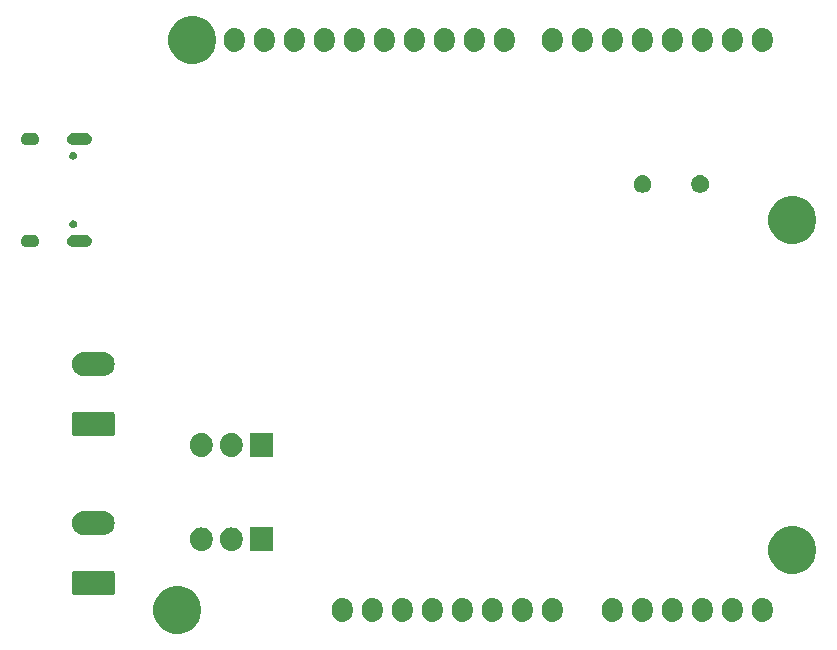
<source format=gbr>
%TF.GenerationSoftware,KiCad,Pcbnew,5.1.6*%
%TF.CreationDate,2020-09-23T15:23:14+12:00*%
%TF.ProjectId,dumbuino,64756d62-7569-46e6-9f2e-6b696361645f,v01*%
%TF.SameCoordinates,Original*%
%TF.FileFunction,Soldermask,Bot*%
%TF.FilePolarity,Negative*%
%FSLAX46Y46*%
G04 Gerber Fmt 4.6, Leading zero omitted, Abs format (unit mm)*
G04 Created by KiCad (PCBNEW 5.1.6) date 2020-09-23 15:23:14*
%MOMM*%
%LPD*%
G01*
G04 APERTURE LIST*
%ADD10C,0.100000*%
G04 APERTURE END LIST*
D10*
G36*
X125560713Y-121871089D02*
G01*
X125930513Y-122024265D01*
X125930515Y-122024266D01*
X126258893Y-122243681D01*
X126263325Y-122246643D01*
X126546357Y-122529675D01*
X126546359Y-122529678D01*
X126741347Y-122821497D01*
X126768735Y-122862487D01*
X126921911Y-123232287D01*
X127000000Y-123624865D01*
X127000000Y-124025135D01*
X126921911Y-124417713D01*
X126768735Y-124787513D01*
X126768734Y-124787515D01*
X126549319Y-125115893D01*
X126546357Y-125120325D01*
X126263325Y-125403357D01*
X126263322Y-125403359D01*
X125930515Y-125625734D01*
X125930514Y-125625735D01*
X125930513Y-125625735D01*
X125560713Y-125778911D01*
X125168135Y-125857000D01*
X124767865Y-125857000D01*
X124375287Y-125778911D01*
X124005487Y-125625735D01*
X124005486Y-125625735D01*
X124005485Y-125625734D01*
X123672678Y-125403359D01*
X123672675Y-125403357D01*
X123389643Y-125120325D01*
X123386681Y-125115893D01*
X123167266Y-124787515D01*
X123167265Y-124787513D01*
X123014089Y-124417713D01*
X122936000Y-124025135D01*
X122936000Y-123624865D01*
X123014089Y-123232287D01*
X123167265Y-122862487D01*
X123194654Y-122821497D01*
X123389641Y-122529678D01*
X123389643Y-122529675D01*
X123672675Y-122246643D01*
X123677107Y-122243681D01*
X124005485Y-122024266D01*
X124005487Y-122024265D01*
X124375287Y-121871089D01*
X124767865Y-121793000D01*
X125168135Y-121793000D01*
X125560713Y-121871089D01*
G37*
G36*
X172127294Y-122821496D02*
G01*
X172219200Y-122849376D01*
X172290084Y-122870878D01*
X172409317Y-122934609D01*
X172440111Y-122951069D01*
X172571612Y-123058988D01*
X172679531Y-123190488D01*
X172679533Y-123190492D01*
X172759722Y-123340515D01*
X172781224Y-123411399D01*
X172809104Y-123503305D01*
X172821600Y-123630180D01*
X172821600Y-124019819D01*
X172809104Y-124146694D01*
X172759722Y-124309484D01*
X172759720Y-124309489D01*
X172701874Y-124417711D01*
X172679531Y-124459512D01*
X172571612Y-124591012D01*
X172440112Y-124698931D01*
X172440108Y-124698933D01*
X172290085Y-124779122D01*
X172219201Y-124800624D01*
X172127295Y-124828504D01*
X171958000Y-124845178D01*
X171788706Y-124828504D01*
X171696800Y-124800624D01*
X171625916Y-124779122D01*
X171475893Y-124698933D01*
X171475889Y-124698931D01*
X171344388Y-124591012D01*
X171236469Y-124459512D01*
X171214126Y-124417711D01*
X171156278Y-124309485D01*
X171106897Y-124146697D01*
X171106896Y-124146695D01*
X171094400Y-124019820D01*
X171094400Y-123630181D01*
X171106896Y-123503306D01*
X171156278Y-123340517D01*
X171156278Y-123340516D01*
X171236467Y-123190493D01*
X171236469Y-123190489D01*
X171344388Y-123058988D01*
X171475888Y-122951069D01*
X171506682Y-122934609D01*
X171625915Y-122870878D01*
X171696799Y-122849376D01*
X171788705Y-122821496D01*
X171958000Y-122804822D01*
X172127294Y-122821496D01*
G37*
G36*
X174667294Y-122821496D02*
G01*
X174759200Y-122849376D01*
X174830084Y-122870878D01*
X174949317Y-122934609D01*
X174980111Y-122951069D01*
X175111612Y-123058988D01*
X175219531Y-123190488D01*
X175219533Y-123190492D01*
X175299722Y-123340515D01*
X175321224Y-123411399D01*
X175349104Y-123503305D01*
X175361600Y-123630180D01*
X175361600Y-124019819D01*
X175349104Y-124146694D01*
X175299722Y-124309484D01*
X175299720Y-124309489D01*
X175241874Y-124417711D01*
X175219531Y-124459512D01*
X175111612Y-124591012D01*
X174980112Y-124698931D01*
X174980108Y-124698933D01*
X174830085Y-124779122D01*
X174759201Y-124800624D01*
X174667295Y-124828504D01*
X174498000Y-124845178D01*
X174328706Y-124828504D01*
X174236800Y-124800624D01*
X174165916Y-124779122D01*
X174015893Y-124698933D01*
X174015889Y-124698931D01*
X173884388Y-124591012D01*
X173776469Y-124459512D01*
X173754126Y-124417711D01*
X173696278Y-124309485D01*
X173646897Y-124146697D01*
X173646896Y-124146695D01*
X173634400Y-124019820D01*
X173634400Y-123630181D01*
X173646896Y-123503306D01*
X173696278Y-123340517D01*
X173696278Y-123340516D01*
X173776467Y-123190493D01*
X173776469Y-123190489D01*
X173884388Y-123058988D01*
X174015888Y-122951069D01*
X174046682Y-122934609D01*
X174165915Y-122870878D01*
X174236799Y-122849376D01*
X174328705Y-122821496D01*
X174498000Y-122804822D01*
X174667294Y-122821496D01*
G37*
G36*
X169587294Y-122821496D02*
G01*
X169679200Y-122849376D01*
X169750084Y-122870878D01*
X169869317Y-122934609D01*
X169900111Y-122951069D01*
X170031612Y-123058988D01*
X170139531Y-123190488D01*
X170139533Y-123190492D01*
X170219722Y-123340515D01*
X170241224Y-123411399D01*
X170269104Y-123503305D01*
X170281600Y-123630180D01*
X170281600Y-124019819D01*
X170269104Y-124146694D01*
X170219722Y-124309484D01*
X170219720Y-124309489D01*
X170161874Y-124417711D01*
X170139531Y-124459512D01*
X170031612Y-124591012D01*
X169900112Y-124698931D01*
X169900108Y-124698933D01*
X169750085Y-124779122D01*
X169679201Y-124800624D01*
X169587295Y-124828504D01*
X169418000Y-124845178D01*
X169248706Y-124828504D01*
X169156800Y-124800624D01*
X169085916Y-124779122D01*
X168935893Y-124698933D01*
X168935889Y-124698931D01*
X168804388Y-124591012D01*
X168696469Y-124459512D01*
X168674126Y-124417711D01*
X168616278Y-124309485D01*
X168566897Y-124146697D01*
X168566896Y-124146695D01*
X168554400Y-124019820D01*
X168554400Y-123630181D01*
X168566896Y-123503306D01*
X168616278Y-123340517D01*
X168616278Y-123340516D01*
X168696467Y-123190493D01*
X168696469Y-123190489D01*
X168804388Y-123058988D01*
X168935888Y-122951069D01*
X168966682Y-122934609D01*
X169085915Y-122870878D01*
X169156799Y-122849376D01*
X169248705Y-122821496D01*
X169418000Y-122804822D01*
X169587294Y-122821496D01*
G37*
G36*
X167047294Y-122821496D02*
G01*
X167139200Y-122849376D01*
X167210084Y-122870878D01*
X167329317Y-122934609D01*
X167360111Y-122951069D01*
X167491612Y-123058988D01*
X167599531Y-123190488D01*
X167599533Y-123190492D01*
X167679722Y-123340515D01*
X167701224Y-123411399D01*
X167729104Y-123503305D01*
X167741600Y-123630180D01*
X167741600Y-124019819D01*
X167729104Y-124146694D01*
X167679722Y-124309484D01*
X167679720Y-124309489D01*
X167621874Y-124417711D01*
X167599531Y-124459512D01*
X167491612Y-124591012D01*
X167360112Y-124698931D01*
X167360108Y-124698933D01*
X167210085Y-124779122D01*
X167139201Y-124800624D01*
X167047295Y-124828504D01*
X166878000Y-124845178D01*
X166708706Y-124828504D01*
X166616800Y-124800624D01*
X166545916Y-124779122D01*
X166395893Y-124698933D01*
X166395889Y-124698931D01*
X166264388Y-124591012D01*
X166156469Y-124459512D01*
X166134126Y-124417711D01*
X166076278Y-124309485D01*
X166026897Y-124146697D01*
X166026896Y-124146695D01*
X166014400Y-124019820D01*
X166014400Y-123630181D01*
X166026896Y-123503306D01*
X166076278Y-123340517D01*
X166076278Y-123340516D01*
X166156467Y-123190493D01*
X166156469Y-123190489D01*
X166264388Y-123058988D01*
X166395888Y-122951069D01*
X166426682Y-122934609D01*
X166545915Y-122870878D01*
X166616799Y-122849376D01*
X166708705Y-122821496D01*
X166878000Y-122804822D01*
X167047294Y-122821496D01*
G37*
G36*
X164507294Y-122821496D02*
G01*
X164599200Y-122849376D01*
X164670084Y-122870878D01*
X164789317Y-122934609D01*
X164820111Y-122951069D01*
X164951612Y-123058988D01*
X165059531Y-123190488D01*
X165059533Y-123190492D01*
X165139722Y-123340515D01*
X165161224Y-123411399D01*
X165189104Y-123503305D01*
X165201600Y-123630180D01*
X165201600Y-124019819D01*
X165189104Y-124146694D01*
X165139722Y-124309484D01*
X165139720Y-124309489D01*
X165081874Y-124417711D01*
X165059531Y-124459512D01*
X164951612Y-124591012D01*
X164820112Y-124698931D01*
X164820108Y-124698933D01*
X164670085Y-124779122D01*
X164599201Y-124800624D01*
X164507295Y-124828504D01*
X164338000Y-124845178D01*
X164168706Y-124828504D01*
X164076800Y-124800624D01*
X164005916Y-124779122D01*
X163855893Y-124698933D01*
X163855889Y-124698931D01*
X163724388Y-124591012D01*
X163616469Y-124459512D01*
X163594126Y-124417711D01*
X163536278Y-124309485D01*
X163486897Y-124146697D01*
X163486896Y-124146695D01*
X163474400Y-124019820D01*
X163474400Y-123630181D01*
X163486896Y-123503306D01*
X163536278Y-123340517D01*
X163536278Y-123340516D01*
X163616467Y-123190493D01*
X163616469Y-123190489D01*
X163724388Y-123058988D01*
X163855888Y-122951069D01*
X163886682Y-122934609D01*
X164005915Y-122870878D01*
X164076799Y-122849376D01*
X164168705Y-122821496D01*
X164338000Y-122804822D01*
X164507294Y-122821496D01*
G37*
G36*
X161967294Y-122821496D02*
G01*
X162059200Y-122849376D01*
X162130084Y-122870878D01*
X162249317Y-122934609D01*
X162280111Y-122951069D01*
X162411612Y-123058988D01*
X162519531Y-123190488D01*
X162519533Y-123190492D01*
X162599722Y-123340515D01*
X162621224Y-123411399D01*
X162649104Y-123503305D01*
X162661600Y-123630180D01*
X162661600Y-124019819D01*
X162649104Y-124146694D01*
X162599722Y-124309484D01*
X162599720Y-124309489D01*
X162541874Y-124417711D01*
X162519531Y-124459512D01*
X162411612Y-124591012D01*
X162280112Y-124698931D01*
X162280108Y-124698933D01*
X162130085Y-124779122D01*
X162059201Y-124800624D01*
X161967295Y-124828504D01*
X161798000Y-124845178D01*
X161628706Y-124828504D01*
X161536800Y-124800624D01*
X161465916Y-124779122D01*
X161315893Y-124698933D01*
X161315889Y-124698931D01*
X161184388Y-124591012D01*
X161076469Y-124459512D01*
X161054126Y-124417711D01*
X160996278Y-124309485D01*
X160946897Y-124146697D01*
X160946896Y-124146695D01*
X160934400Y-124019820D01*
X160934400Y-123630181D01*
X160946896Y-123503306D01*
X160996278Y-123340517D01*
X160996278Y-123340516D01*
X161076467Y-123190493D01*
X161076469Y-123190489D01*
X161184388Y-123058988D01*
X161315888Y-122951069D01*
X161346682Y-122934609D01*
X161465915Y-122870878D01*
X161536799Y-122849376D01*
X161628705Y-122821496D01*
X161798000Y-122804822D01*
X161967294Y-122821496D01*
G37*
G36*
X156887294Y-122821496D02*
G01*
X156979200Y-122849376D01*
X157050084Y-122870878D01*
X157169317Y-122934609D01*
X157200111Y-122951069D01*
X157331612Y-123058988D01*
X157439531Y-123190488D01*
X157439533Y-123190492D01*
X157519722Y-123340515D01*
X157541224Y-123411399D01*
X157569104Y-123503305D01*
X157581600Y-123630180D01*
X157581600Y-124019819D01*
X157569104Y-124146694D01*
X157519722Y-124309484D01*
X157519720Y-124309489D01*
X157461874Y-124417711D01*
X157439531Y-124459512D01*
X157331612Y-124591012D01*
X157200112Y-124698931D01*
X157200108Y-124698933D01*
X157050085Y-124779122D01*
X156979201Y-124800624D01*
X156887295Y-124828504D01*
X156718000Y-124845178D01*
X156548706Y-124828504D01*
X156456800Y-124800624D01*
X156385916Y-124779122D01*
X156235893Y-124698933D01*
X156235889Y-124698931D01*
X156104388Y-124591012D01*
X155996469Y-124459512D01*
X155974126Y-124417711D01*
X155916278Y-124309485D01*
X155866897Y-124146697D01*
X155866896Y-124146695D01*
X155854400Y-124019820D01*
X155854400Y-123630181D01*
X155866896Y-123503306D01*
X155916278Y-123340517D01*
X155916278Y-123340516D01*
X155996467Y-123190493D01*
X155996469Y-123190489D01*
X156104388Y-123058988D01*
X156235888Y-122951069D01*
X156266682Y-122934609D01*
X156385915Y-122870878D01*
X156456799Y-122849376D01*
X156548705Y-122821496D01*
X156718000Y-122804822D01*
X156887294Y-122821496D01*
G37*
G36*
X151807294Y-122821496D02*
G01*
X151899200Y-122849376D01*
X151970084Y-122870878D01*
X152089317Y-122934609D01*
X152120111Y-122951069D01*
X152251612Y-123058988D01*
X152359531Y-123190488D01*
X152359533Y-123190492D01*
X152439722Y-123340515D01*
X152461224Y-123411399D01*
X152489104Y-123503305D01*
X152501600Y-123630180D01*
X152501600Y-124019819D01*
X152489104Y-124146694D01*
X152439722Y-124309484D01*
X152439720Y-124309489D01*
X152381874Y-124417711D01*
X152359531Y-124459512D01*
X152251612Y-124591012D01*
X152120112Y-124698931D01*
X152120108Y-124698933D01*
X151970085Y-124779122D01*
X151899201Y-124800624D01*
X151807295Y-124828504D01*
X151638000Y-124845178D01*
X151468706Y-124828504D01*
X151376800Y-124800624D01*
X151305916Y-124779122D01*
X151155893Y-124698933D01*
X151155889Y-124698931D01*
X151024388Y-124591012D01*
X150916469Y-124459512D01*
X150894126Y-124417711D01*
X150836278Y-124309485D01*
X150786897Y-124146697D01*
X150786896Y-124146695D01*
X150774400Y-124019820D01*
X150774400Y-123630181D01*
X150786896Y-123503306D01*
X150836278Y-123340517D01*
X150836278Y-123340516D01*
X150916467Y-123190493D01*
X150916469Y-123190489D01*
X151024388Y-123058988D01*
X151155888Y-122951069D01*
X151186682Y-122934609D01*
X151305915Y-122870878D01*
X151376799Y-122849376D01*
X151468705Y-122821496D01*
X151638000Y-122804822D01*
X151807294Y-122821496D01*
G37*
G36*
X139107294Y-122821496D02*
G01*
X139199200Y-122849376D01*
X139270084Y-122870878D01*
X139389317Y-122934609D01*
X139420111Y-122951069D01*
X139551612Y-123058988D01*
X139659531Y-123190488D01*
X139659533Y-123190492D01*
X139739722Y-123340515D01*
X139761224Y-123411399D01*
X139789104Y-123503305D01*
X139801600Y-123630180D01*
X139801600Y-124019819D01*
X139789104Y-124146694D01*
X139739722Y-124309484D01*
X139739720Y-124309489D01*
X139681874Y-124417711D01*
X139659531Y-124459512D01*
X139551612Y-124591012D01*
X139420112Y-124698931D01*
X139420108Y-124698933D01*
X139270085Y-124779122D01*
X139199201Y-124800624D01*
X139107295Y-124828504D01*
X138938000Y-124845178D01*
X138768706Y-124828504D01*
X138676800Y-124800624D01*
X138605916Y-124779122D01*
X138455893Y-124698933D01*
X138455889Y-124698931D01*
X138324388Y-124591012D01*
X138216469Y-124459512D01*
X138194126Y-124417711D01*
X138136278Y-124309485D01*
X138086897Y-124146697D01*
X138086896Y-124146695D01*
X138074400Y-124019820D01*
X138074400Y-123630181D01*
X138086896Y-123503306D01*
X138136278Y-123340517D01*
X138136278Y-123340516D01*
X138216467Y-123190493D01*
X138216469Y-123190489D01*
X138324388Y-123058988D01*
X138455888Y-122951069D01*
X138486682Y-122934609D01*
X138605915Y-122870878D01*
X138676799Y-122849376D01*
X138768705Y-122821496D01*
X138938000Y-122804822D01*
X139107294Y-122821496D01*
G37*
G36*
X141647294Y-122821496D02*
G01*
X141739200Y-122849376D01*
X141810084Y-122870878D01*
X141929317Y-122934609D01*
X141960111Y-122951069D01*
X142091612Y-123058988D01*
X142199531Y-123190488D01*
X142199533Y-123190492D01*
X142279722Y-123340515D01*
X142301224Y-123411399D01*
X142329104Y-123503305D01*
X142341600Y-123630180D01*
X142341600Y-124019819D01*
X142329104Y-124146694D01*
X142279722Y-124309484D01*
X142279720Y-124309489D01*
X142221874Y-124417711D01*
X142199531Y-124459512D01*
X142091612Y-124591012D01*
X141960112Y-124698931D01*
X141960108Y-124698933D01*
X141810085Y-124779122D01*
X141739201Y-124800624D01*
X141647295Y-124828504D01*
X141478000Y-124845178D01*
X141308706Y-124828504D01*
X141216800Y-124800624D01*
X141145916Y-124779122D01*
X140995893Y-124698933D01*
X140995889Y-124698931D01*
X140864388Y-124591012D01*
X140756469Y-124459512D01*
X140734126Y-124417711D01*
X140676278Y-124309485D01*
X140626897Y-124146697D01*
X140626896Y-124146695D01*
X140614400Y-124019820D01*
X140614400Y-123630181D01*
X140626896Y-123503306D01*
X140676278Y-123340517D01*
X140676278Y-123340516D01*
X140756467Y-123190493D01*
X140756469Y-123190489D01*
X140864388Y-123058988D01*
X140995888Y-122951069D01*
X141026682Y-122934609D01*
X141145915Y-122870878D01*
X141216799Y-122849376D01*
X141308705Y-122821496D01*
X141478000Y-122804822D01*
X141647294Y-122821496D01*
G37*
G36*
X144187294Y-122821496D02*
G01*
X144279200Y-122849376D01*
X144350084Y-122870878D01*
X144469317Y-122934609D01*
X144500111Y-122951069D01*
X144631612Y-123058988D01*
X144739531Y-123190488D01*
X144739533Y-123190492D01*
X144819722Y-123340515D01*
X144841224Y-123411399D01*
X144869104Y-123503305D01*
X144881600Y-123630180D01*
X144881600Y-124019819D01*
X144869104Y-124146694D01*
X144819722Y-124309484D01*
X144819720Y-124309489D01*
X144761874Y-124417711D01*
X144739531Y-124459512D01*
X144631612Y-124591012D01*
X144500112Y-124698931D01*
X144500108Y-124698933D01*
X144350085Y-124779122D01*
X144279201Y-124800624D01*
X144187295Y-124828504D01*
X144018000Y-124845178D01*
X143848706Y-124828504D01*
X143756800Y-124800624D01*
X143685916Y-124779122D01*
X143535893Y-124698933D01*
X143535889Y-124698931D01*
X143404388Y-124591012D01*
X143296469Y-124459512D01*
X143274126Y-124417711D01*
X143216278Y-124309485D01*
X143166897Y-124146697D01*
X143166896Y-124146695D01*
X143154400Y-124019820D01*
X143154400Y-123630181D01*
X143166896Y-123503306D01*
X143216278Y-123340517D01*
X143216278Y-123340516D01*
X143296467Y-123190493D01*
X143296469Y-123190489D01*
X143404388Y-123058988D01*
X143535888Y-122951069D01*
X143566682Y-122934609D01*
X143685915Y-122870878D01*
X143756799Y-122849376D01*
X143848705Y-122821496D01*
X144018000Y-122804822D01*
X144187294Y-122821496D01*
G37*
G36*
X146727294Y-122821496D02*
G01*
X146819200Y-122849376D01*
X146890084Y-122870878D01*
X147009317Y-122934609D01*
X147040111Y-122951069D01*
X147171612Y-123058988D01*
X147279531Y-123190488D01*
X147279533Y-123190492D01*
X147359722Y-123340515D01*
X147381224Y-123411399D01*
X147409104Y-123503305D01*
X147421600Y-123630180D01*
X147421600Y-124019819D01*
X147409104Y-124146694D01*
X147359722Y-124309484D01*
X147359720Y-124309489D01*
X147301874Y-124417711D01*
X147279531Y-124459512D01*
X147171612Y-124591012D01*
X147040112Y-124698931D01*
X147040108Y-124698933D01*
X146890085Y-124779122D01*
X146819201Y-124800624D01*
X146727295Y-124828504D01*
X146558000Y-124845178D01*
X146388706Y-124828504D01*
X146296800Y-124800624D01*
X146225916Y-124779122D01*
X146075893Y-124698933D01*
X146075889Y-124698931D01*
X145944388Y-124591012D01*
X145836469Y-124459512D01*
X145814126Y-124417711D01*
X145756278Y-124309485D01*
X145706897Y-124146697D01*
X145706896Y-124146695D01*
X145694400Y-124019820D01*
X145694400Y-123630181D01*
X145706896Y-123503306D01*
X145756278Y-123340517D01*
X145756278Y-123340516D01*
X145836467Y-123190493D01*
X145836469Y-123190489D01*
X145944388Y-123058988D01*
X146075888Y-122951069D01*
X146106682Y-122934609D01*
X146225915Y-122870878D01*
X146296799Y-122849376D01*
X146388705Y-122821496D01*
X146558000Y-122804822D01*
X146727294Y-122821496D01*
G37*
G36*
X149267294Y-122821496D02*
G01*
X149359200Y-122849376D01*
X149430084Y-122870878D01*
X149549317Y-122934609D01*
X149580111Y-122951069D01*
X149711612Y-123058988D01*
X149819531Y-123190488D01*
X149819533Y-123190492D01*
X149899722Y-123340515D01*
X149921224Y-123411399D01*
X149949104Y-123503305D01*
X149961600Y-123630180D01*
X149961600Y-124019819D01*
X149949104Y-124146694D01*
X149899722Y-124309484D01*
X149899720Y-124309489D01*
X149841874Y-124417711D01*
X149819531Y-124459512D01*
X149711612Y-124591012D01*
X149580112Y-124698931D01*
X149580108Y-124698933D01*
X149430085Y-124779122D01*
X149359201Y-124800624D01*
X149267295Y-124828504D01*
X149098000Y-124845178D01*
X148928706Y-124828504D01*
X148836800Y-124800624D01*
X148765916Y-124779122D01*
X148615893Y-124698933D01*
X148615889Y-124698931D01*
X148484388Y-124591012D01*
X148376469Y-124459512D01*
X148354126Y-124417711D01*
X148296278Y-124309485D01*
X148246897Y-124146697D01*
X148246896Y-124146695D01*
X148234400Y-124019820D01*
X148234400Y-123630181D01*
X148246896Y-123503306D01*
X148296278Y-123340517D01*
X148296278Y-123340516D01*
X148376467Y-123190493D01*
X148376469Y-123190489D01*
X148484388Y-123058988D01*
X148615888Y-122951069D01*
X148646682Y-122934609D01*
X148765915Y-122870878D01*
X148836799Y-122849376D01*
X148928705Y-122821496D01*
X149098000Y-122804822D01*
X149267294Y-122821496D01*
G37*
G36*
X154347294Y-122821496D02*
G01*
X154439200Y-122849376D01*
X154510084Y-122870878D01*
X154629317Y-122934609D01*
X154660111Y-122951069D01*
X154791612Y-123058988D01*
X154899531Y-123190488D01*
X154899533Y-123190492D01*
X154979722Y-123340515D01*
X155001224Y-123411399D01*
X155029104Y-123503305D01*
X155041600Y-123630180D01*
X155041600Y-124019819D01*
X155029104Y-124146694D01*
X154979722Y-124309484D01*
X154979720Y-124309489D01*
X154921874Y-124417711D01*
X154899531Y-124459512D01*
X154791612Y-124591012D01*
X154660112Y-124698931D01*
X154660108Y-124698933D01*
X154510085Y-124779122D01*
X154439201Y-124800624D01*
X154347295Y-124828504D01*
X154178000Y-124845178D01*
X154008706Y-124828504D01*
X153916800Y-124800624D01*
X153845916Y-124779122D01*
X153695893Y-124698933D01*
X153695889Y-124698931D01*
X153564388Y-124591012D01*
X153456469Y-124459512D01*
X153434126Y-124417711D01*
X153376278Y-124309485D01*
X153326897Y-124146697D01*
X153326896Y-124146695D01*
X153314400Y-124019820D01*
X153314400Y-123630181D01*
X153326896Y-123503306D01*
X153376278Y-123340517D01*
X153376278Y-123340516D01*
X153456467Y-123190493D01*
X153456469Y-123190489D01*
X153564388Y-123058988D01*
X153695888Y-122951069D01*
X153726682Y-122934609D01*
X153845915Y-122870878D01*
X153916799Y-122849376D01*
X154008705Y-122821496D01*
X154178000Y-122804822D01*
X154347294Y-122821496D01*
G37*
G36*
X119491398Y-120503212D02*
G01*
X119529701Y-120514831D01*
X119564985Y-120533691D01*
X119595921Y-120559079D01*
X119621309Y-120590015D01*
X119640169Y-120625299D01*
X119651788Y-120663602D01*
X119656000Y-120706370D01*
X119656000Y-122371630D01*
X119651788Y-122414398D01*
X119640169Y-122452701D01*
X119621309Y-122487985D01*
X119595921Y-122518921D01*
X119564985Y-122544309D01*
X119529701Y-122563169D01*
X119491398Y-122574788D01*
X119448630Y-122579000D01*
X116263370Y-122579000D01*
X116220602Y-122574788D01*
X116182299Y-122563169D01*
X116147015Y-122544309D01*
X116116079Y-122518921D01*
X116090691Y-122487985D01*
X116071831Y-122452701D01*
X116060212Y-122414398D01*
X116056000Y-122371630D01*
X116056000Y-120706370D01*
X116060212Y-120663602D01*
X116071831Y-120625299D01*
X116090691Y-120590015D01*
X116116079Y-120559079D01*
X116147015Y-120533691D01*
X116182299Y-120514831D01*
X116220602Y-120503212D01*
X116263370Y-120499000D01*
X119448630Y-120499000D01*
X119491398Y-120503212D01*
G37*
G36*
X177630713Y-116791089D02*
G01*
X178000513Y-116944265D01*
X178000515Y-116944266D01*
X178258254Y-117116482D01*
X178333325Y-117166643D01*
X178616357Y-117449675D01*
X178616359Y-117449678D01*
X178814674Y-117746476D01*
X178838735Y-117782487D01*
X178991911Y-118152287D01*
X179070000Y-118544865D01*
X179070000Y-118945135D01*
X178991911Y-119337713D01*
X178838735Y-119707513D01*
X178616357Y-120040325D01*
X178333325Y-120323357D01*
X178333322Y-120323359D01*
X178000515Y-120545734D01*
X178000514Y-120545735D01*
X178000513Y-120545735D01*
X177630713Y-120698911D01*
X177238135Y-120777000D01*
X176837865Y-120777000D01*
X176445287Y-120698911D01*
X176075487Y-120545735D01*
X176075486Y-120545735D01*
X176075485Y-120545734D01*
X175742678Y-120323359D01*
X175742675Y-120323357D01*
X175459643Y-120040325D01*
X175237265Y-119707513D01*
X175084089Y-119337713D01*
X175006000Y-118945135D01*
X175006000Y-118544865D01*
X175084089Y-118152287D01*
X175237265Y-117782487D01*
X175261327Y-117746476D01*
X175459641Y-117449678D01*
X175459643Y-117449675D01*
X175742675Y-117166643D01*
X175817746Y-117116482D01*
X176075485Y-116944266D01*
X176075487Y-116944265D01*
X176445287Y-116791089D01*
X176837865Y-116713000D01*
X177238135Y-116713000D01*
X177630713Y-116791089D01*
G37*
G36*
X129726725Y-116854542D02*
G01*
X129906270Y-116909007D01*
X130071738Y-116997451D01*
X130216778Y-117116482D01*
X130335806Y-117261518D01*
X130424254Y-117426995D01*
X130478718Y-117606536D01*
X130492500Y-117746467D01*
X130492500Y-117935054D01*
X130478718Y-118074985D01*
X130424253Y-118254530D01*
X130335809Y-118419998D01*
X130216778Y-118565038D01*
X130071742Y-118684066D01*
X129906265Y-118772514D01*
X129726724Y-118826978D01*
X129540000Y-118845369D01*
X129353275Y-118826978D01*
X129173730Y-118772513D01*
X129008262Y-118684069D01*
X128863222Y-118565038D01*
X128744194Y-118420002D01*
X128655746Y-118254525D01*
X128601282Y-118074984D01*
X128587500Y-117935053D01*
X128587500Y-117746466D01*
X128601282Y-117606535D01*
X128655747Y-117426990D01*
X128744191Y-117261522D01*
X128863222Y-117116482D01*
X129008258Y-116997454D01*
X129173735Y-116909006D01*
X129353276Y-116854542D01*
X129540000Y-116836151D01*
X129726725Y-116854542D01*
G37*
G36*
X127186725Y-116854542D02*
G01*
X127366270Y-116909007D01*
X127531738Y-116997451D01*
X127676778Y-117116482D01*
X127795806Y-117261518D01*
X127884254Y-117426995D01*
X127938718Y-117606536D01*
X127952500Y-117746467D01*
X127952500Y-117935054D01*
X127938718Y-118074985D01*
X127884253Y-118254530D01*
X127795809Y-118419998D01*
X127676778Y-118565038D01*
X127531742Y-118684066D01*
X127366265Y-118772514D01*
X127186724Y-118826978D01*
X127000000Y-118845369D01*
X126813275Y-118826978D01*
X126633730Y-118772513D01*
X126468262Y-118684069D01*
X126323222Y-118565038D01*
X126204194Y-118420002D01*
X126115746Y-118254525D01*
X126061282Y-118074984D01*
X126047500Y-117935053D01*
X126047500Y-117746466D01*
X126061282Y-117606535D01*
X126115747Y-117426990D01*
X126204191Y-117261522D01*
X126323222Y-117116482D01*
X126468258Y-116997454D01*
X126633735Y-116909006D01*
X126813276Y-116854542D01*
X127000000Y-116836151D01*
X127186725Y-116854542D01*
G37*
G36*
X133032500Y-118840760D02*
G01*
X131127500Y-118840760D01*
X131127500Y-116840760D01*
X133032500Y-116840760D01*
X133032500Y-118840760D01*
G37*
G36*
X118768948Y-115429032D02*
G01*
X118819877Y-115434048D01*
X118879345Y-115452088D01*
X119015916Y-115493516D01*
X119113486Y-115545668D01*
X119196586Y-115590086D01*
X119196587Y-115590087D01*
X119196589Y-115590088D01*
X119354949Y-115720051D01*
X119484912Y-115878411D01*
X119581484Y-116059084D01*
X119640952Y-116255124D01*
X119661032Y-116459000D01*
X119640952Y-116662876D01*
X119581484Y-116858916D01*
X119484912Y-117039589D01*
X119354949Y-117197949D01*
X119196589Y-117327912D01*
X119196587Y-117327913D01*
X119196586Y-117327914D01*
X119113486Y-117372332D01*
X119015916Y-117424484D01*
X118879345Y-117465912D01*
X118819877Y-117483952D01*
X118768948Y-117488968D01*
X118667091Y-117499000D01*
X117044909Y-117499000D01*
X116943052Y-117488968D01*
X116892123Y-117483952D01*
X116832655Y-117465912D01*
X116696084Y-117424484D01*
X116598514Y-117372332D01*
X116515414Y-117327914D01*
X116515413Y-117327913D01*
X116515411Y-117327912D01*
X116357051Y-117197949D01*
X116227088Y-117039589D01*
X116130516Y-116858916D01*
X116071048Y-116662876D01*
X116050968Y-116459000D01*
X116071048Y-116255124D01*
X116130516Y-116059084D01*
X116227088Y-115878411D01*
X116357051Y-115720051D01*
X116515411Y-115590088D01*
X116515413Y-115590087D01*
X116515414Y-115590086D01*
X116598514Y-115545668D01*
X116696084Y-115493516D01*
X116832655Y-115452088D01*
X116892123Y-115434048D01*
X116943052Y-115429032D01*
X117044909Y-115419000D01*
X118667091Y-115419000D01*
X118768948Y-115429032D01*
G37*
G36*
X127186725Y-108868782D02*
G01*
X127366270Y-108923247D01*
X127531738Y-109011691D01*
X127676778Y-109130722D01*
X127795806Y-109275758D01*
X127884254Y-109441235D01*
X127938718Y-109620776D01*
X127952500Y-109760707D01*
X127952500Y-109949294D01*
X127938718Y-110089225D01*
X127884253Y-110268770D01*
X127795809Y-110434238D01*
X127676778Y-110579278D01*
X127531742Y-110698306D01*
X127366265Y-110786754D01*
X127186724Y-110841218D01*
X127000000Y-110859609D01*
X126813275Y-110841218D01*
X126633730Y-110786753D01*
X126468262Y-110698309D01*
X126323222Y-110579278D01*
X126204194Y-110434242D01*
X126115746Y-110268765D01*
X126061282Y-110089224D01*
X126047500Y-109949293D01*
X126047500Y-109760706D01*
X126061282Y-109620775D01*
X126115747Y-109441230D01*
X126204191Y-109275762D01*
X126323222Y-109130722D01*
X126468258Y-109011694D01*
X126633735Y-108923246D01*
X126813276Y-108868782D01*
X127000000Y-108850391D01*
X127186725Y-108868782D01*
G37*
G36*
X129726725Y-108868782D02*
G01*
X129906270Y-108923247D01*
X130071738Y-109011691D01*
X130216778Y-109130722D01*
X130335806Y-109275758D01*
X130424254Y-109441235D01*
X130478718Y-109620776D01*
X130492500Y-109760707D01*
X130492500Y-109949294D01*
X130478718Y-110089225D01*
X130424253Y-110268770D01*
X130335809Y-110434238D01*
X130216778Y-110579278D01*
X130071742Y-110698306D01*
X129906265Y-110786754D01*
X129726724Y-110841218D01*
X129540000Y-110859609D01*
X129353275Y-110841218D01*
X129173730Y-110786753D01*
X129008262Y-110698309D01*
X128863222Y-110579278D01*
X128744194Y-110434242D01*
X128655746Y-110268765D01*
X128601282Y-110089224D01*
X128587500Y-109949293D01*
X128587500Y-109760706D01*
X128601282Y-109620775D01*
X128655747Y-109441230D01*
X128744191Y-109275762D01*
X128863222Y-109130722D01*
X129008258Y-109011694D01*
X129173735Y-108923246D01*
X129353276Y-108868782D01*
X129540000Y-108850391D01*
X129726725Y-108868782D01*
G37*
G36*
X133032500Y-110855000D02*
G01*
X131127500Y-110855000D01*
X131127500Y-108855000D01*
X133032500Y-108855000D01*
X133032500Y-110855000D01*
G37*
G36*
X119491398Y-107041212D02*
G01*
X119529701Y-107052831D01*
X119564985Y-107071691D01*
X119595921Y-107097079D01*
X119621309Y-107128015D01*
X119640169Y-107163299D01*
X119651788Y-107201602D01*
X119656000Y-107244370D01*
X119656000Y-108909630D01*
X119651788Y-108952398D01*
X119640169Y-108990701D01*
X119621309Y-109025985D01*
X119595921Y-109056921D01*
X119564985Y-109082309D01*
X119529701Y-109101169D01*
X119491398Y-109112788D01*
X119448630Y-109117000D01*
X116263370Y-109117000D01*
X116220602Y-109112788D01*
X116182299Y-109101169D01*
X116147015Y-109082309D01*
X116116079Y-109056921D01*
X116090691Y-109025985D01*
X116071831Y-108990701D01*
X116060212Y-108952398D01*
X116056000Y-108909630D01*
X116056000Y-107244370D01*
X116060212Y-107201602D01*
X116071831Y-107163299D01*
X116090691Y-107128015D01*
X116116079Y-107097079D01*
X116147015Y-107071691D01*
X116182299Y-107052831D01*
X116220602Y-107041212D01*
X116263370Y-107037000D01*
X119448630Y-107037000D01*
X119491398Y-107041212D01*
G37*
G36*
X118768948Y-101967032D02*
G01*
X118819877Y-101972048D01*
X118879345Y-101990088D01*
X119015916Y-102031516D01*
X119113486Y-102083668D01*
X119196586Y-102128086D01*
X119196587Y-102128087D01*
X119196589Y-102128088D01*
X119354949Y-102258051D01*
X119484912Y-102416411D01*
X119581484Y-102597084D01*
X119640952Y-102793124D01*
X119661032Y-102997000D01*
X119640952Y-103200876D01*
X119581484Y-103396916D01*
X119484912Y-103577589D01*
X119354949Y-103735949D01*
X119196589Y-103865912D01*
X119196587Y-103865913D01*
X119196586Y-103865914D01*
X119113486Y-103910332D01*
X119015916Y-103962484D01*
X118879345Y-104003912D01*
X118819877Y-104021952D01*
X118768948Y-104026968D01*
X118667091Y-104037000D01*
X117044909Y-104037000D01*
X116943052Y-104026968D01*
X116892123Y-104021952D01*
X116832655Y-104003912D01*
X116696084Y-103962484D01*
X116598514Y-103910332D01*
X116515414Y-103865914D01*
X116515413Y-103865913D01*
X116515411Y-103865912D01*
X116357051Y-103735949D01*
X116227088Y-103577589D01*
X116130516Y-103396916D01*
X116071048Y-103200876D01*
X116050968Y-102997000D01*
X116071048Y-102793124D01*
X116130516Y-102597084D01*
X116227088Y-102416411D01*
X116357051Y-102258051D01*
X116515411Y-102128088D01*
X116515413Y-102128087D01*
X116515414Y-102128086D01*
X116598514Y-102083668D01*
X116696084Y-102031516D01*
X116832655Y-101990088D01*
X116892123Y-101972048D01*
X116943052Y-101967032D01*
X117044909Y-101957000D01*
X118667091Y-101957000D01*
X118768948Y-101967032D01*
G37*
G36*
X112837046Y-92087412D02*
G01*
X112886019Y-92092235D01*
X112912677Y-92100322D01*
X112980267Y-92120825D01*
X113067129Y-92167254D01*
X113143264Y-92229736D01*
X113205746Y-92305871D01*
X113252175Y-92392733D01*
X113269329Y-92449283D01*
X113280765Y-92486981D01*
X113290419Y-92585000D01*
X113280765Y-92683019D01*
X113269329Y-92720717D01*
X113252175Y-92777267D01*
X113205746Y-92864129D01*
X113143264Y-92940264D01*
X113067129Y-93002746D01*
X112980267Y-93049175D01*
X112923717Y-93066329D01*
X112886019Y-93077765D01*
X112837046Y-93082588D01*
X112812560Y-93085000D01*
X112163440Y-93085000D01*
X112138954Y-93082588D01*
X112089981Y-93077765D01*
X112052283Y-93066329D01*
X111995733Y-93049175D01*
X111908871Y-93002746D01*
X111832736Y-92940264D01*
X111770254Y-92864129D01*
X111723825Y-92777267D01*
X111706671Y-92720717D01*
X111695235Y-92683019D01*
X111685581Y-92585000D01*
X111695235Y-92486981D01*
X111706671Y-92449283D01*
X111723825Y-92392733D01*
X111770254Y-92305871D01*
X111832736Y-92229736D01*
X111908871Y-92167254D01*
X111995733Y-92120825D01*
X112063323Y-92100322D01*
X112089981Y-92092235D01*
X112138954Y-92087412D01*
X112163440Y-92085000D01*
X112812560Y-92085000D01*
X112837046Y-92087412D01*
G37*
G36*
X117267046Y-92087412D02*
G01*
X117316019Y-92092235D01*
X117342677Y-92100322D01*
X117410267Y-92120825D01*
X117497129Y-92167254D01*
X117573264Y-92229736D01*
X117635746Y-92305871D01*
X117682175Y-92392733D01*
X117699329Y-92449283D01*
X117710765Y-92486981D01*
X117720419Y-92585000D01*
X117710765Y-92683019D01*
X117699329Y-92720717D01*
X117682175Y-92777267D01*
X117635746Y-92864129D01*
X117573264Y-92940264D01*
X117497129Y-93002746D01*
X117410267Y-93049175D01*
X117353717Y-93066329D01*
X117316019Y-93077765D01*
X117267046Y-93082588D01*
X117242560Y-93085000D01*
X116093440Y-93085000D01*
X116068954Y-93082588D01*
X116019981Y-93077765D01*
X115982283Y-93066329D01*
X115925733Y-93049175D01*
X115838871Y-93002746D01*
X115762736Y-92940264D01*
X115700254Y-92864129D01*
X115653825Y-92777267D01*
X115636671Y-92720717D01*
X115625235Y-92683019D01*
X115615581Y-92585000D01*
X115625235Y-92486981D01*
X115636671Y-92449283D01*
X115653825Y-92392733D01*
X115700254Y-92305871D01*
X115762736Y-92229736D01*
X115838871Y-92167254D01*
X115925733Y-92120825D01*
X115993323Y-92100322D01*
X116019981Y-92092235D01*
X116068954Y-92087412D01*
X116093440Y-92085000D01*
X117242560Y-92085000D01*
X117267046Y-92087412D01*
G37*
G36*
X177630713Y-88851089D02*
G01*
X178000513Y-89004265D01*
X178000515Y-89004266D01*
X178328893Y-89223681D01*
X178333325Y-89226643D01*
X178616357Y-89509675D01*
X178838735Y-89842487D01*
X178991911Y-90212287D01*
X179070000Y-90604865D01*
X179070000Y-91005135D01*
X178991911Y-91397713D01*
X178838735Y-91767513D01*
X178616357Y-92100325D01*
X178333325Y-92383357D01*
X178333322Y-92383359D01*
X178000515Y-92605734D01*
X178000514Y-92605735D01*
X178000513Y-92605735D01*
X177630713Y-92758911D01*
X177238135Y-92837000D01*
X176837865Y-92837000D01*
X176445287Y-92758911D01*
X176075487Y-92605735D01*
X176075486Y-92605735D01*
X176075485Y-92605734D01*
X175742678Y-92383359D01*
X175742675Y-92383357D01*
X175459643Y-92100325D01*
X175237265Y-91767513D01*
X175084089Y-91397713D01*
X175006000Y-91005135D01*
X175006000Y-90604865D01*
X175084089Y-90212287D01*
X175237265Y-89842487D01*
X175459643Y-89509675D01*
X175742675Y-89226643D01*
X175747107Y-89223681D01*
X176075485Y-89004266D01*
X176075487Y-89004265D01*
X176445287Y-88851089D01*
X176837865Y-88773000D01*
X177238135Y-88773000D01*
X177630713Y-88851089D01*
G37*
G36*
X116190940Y-90834163D02*
G01*
X116232799Y-90842489D01*
X116291945Y-90866988D01*
X116345176Y-90902556D01*
X116390444Y-90947824D01*
X116426012Y-91001055D01*
X116450511Y-91060201D01*
X116463000Y-91122990D01*
X116463000Y-91187010D01*
X116450511Y-91249799D01*
X116426012Y-91308945D01*
X116390444Y-91362176D01*
X116345176Y-91407444D01*
X116291945Y-91443012D01*
X116232799Y-91467511D01*
X116190940Y-91475837D01*
X116170011Y-91480000D01*
X116105989Y-91480000D01*
X116085060Y-91475837D01*
X116043201Y-91467511D01*
X115984055Y-91443012D01*
X115930824Y-91407444D01*
X115885556Y-91362176D01*
X115849988Y-91308945D01*
X115825489Y-91249799D01*
X115813000Y-91187010D01*
X115813000Y-91122990D01*
X115825489Y-91060201D01*
X115849988Y-91001055D01*
X115885556Y-90947824D01*
X115930824Y-90902556D01*
X115984055Y-90866988D01*
X116043201Y-90842489D01*
X116085060Y-90834163D01*
X116105989Y-90830000D01*
X116170011Y-90830000D01*
X116190940Y-90834163D01*
G37*
G36*
X164556767Y-87035822D02*
G01*
X164647761Y-87073513D01*
X164693259Y-87092359D01*
X164774965Y-87146954D01*
X164816097Y-87174437D01*
X164920563Y-87278903D01*
X164920564Y-87278905D01*
X165002641Y-87401741D01*
X165002641Y-87401742D01*
X165059178Y-87538233D01*
X165088000Y-87683131D01*
X165088000Y-87830869D01*
X165059178Y-87975767D01*
X165021487Y-88066761D01*
X165002641Y-88112259D01*
X164948046Y-88193965D01*
X164920563Y-88235097D01*
X164816097Y-88339563D01*
X164774965Y-88367046D01*
X164693259Y-88421641D01*
X164647761Y-88440487D01*
X164556767Y-88478178D01*
X164411869Y-88507000D01*
X164264131Y-88507000D01*
X164119233Y-88478178D01*
X164028239Y-88440487D01*
X163982741Y-88421641D01*
X163901035Y-88367046D01*
X163859903Y-88339563D01*
X163755437Y-88235097D01*
X163727954Y-88193965D01*
X163673359Y-88112259D01*
X163654513Y-88066761D01*
X163616822Y-87975767D01*
X163588000Y-87830869D01*
X163588000Y-87683131D01*
X163616822Y-87538233D01*
X163673359Y-87401742D01*
X163673359Y-87401741D01*
X163755436Y-87278905D01*
X163755437Y-87278903D01*
X163859903Y-87174437D01*
X163901035Y-87146954D01*
X163982741Y-87092359D01*
X164028239Y-87073513D01*
X164119233Y-87035822D01*
X164264131Y-87007000D01*
X164411869Y-87007000D01*
X164556767Y-87035822D01*
G37*
G36*
X169436767Y-87035822D02*
G01*
X169527761Y-87073513D01*
X169573259Y-87092359D01*
X169654965Y-87146954D01*
X169696097Y-87174437D01*
X169800563Y-87278903D01*
X169800564Y-87278905D01*
X169882641Y-87401741D01*
X169882641Y-87401742D01*
X169939178Y-87538233D01*
X169968000Y-87683131D01*
X169968000Y-87830869D01*
X169939178Y-87975767D01*
X169901487Y-88066761D01*
X169882641Y-88112259D01*
X169828046Y-88193965D01*
X169800563Y-88235097D01*
X169696097Y-88339563D01*
X169654965Y-88367046D01*
X169573259Y-88421641D01*
X169527761Y-88440487D01*
X169436767Y-88478178D01*
X169291869Y-88507000D01*
X169144131Y-88507000D01*
X168999233Y-88478178D01*
X168908239Y-88440487D01*
X168862741Y-88421641D01*
X168781035Y-88367046D01*
X168739903Y-88339563D01*
X168635437Y-88235097D01*
X168607954Y-88193965D01*
X168553359Y-88112259D01*
X168534513Y-88066761D01*
X168496822Y-87975767D01*
X168468000Y-87830869D01*
X168468000Y-87683131D01*
X168496822Y-87538233D01*
X168553359Y-87401742D01*
X168553359Y-87401741D01*
X168635436Y-87278905D01*
X168635437Y-87278903D01*
X168739903Y-87174437D01*
X168781035Y-87146954D01*
X168862741Y-87092359D01*
X168908239Y-87073513D01*
X168999233Y-87035822D01*
X169144131Y-87007000D01*
X169291869Y-87007000D01*
X169436767Y-87035822D01*
G37*
G36*
X116190940Y-85054163D02*
G01*
X116232799Y-85062489D01*
X116291945Y-85086988D01*
X116345176Y-85122556D01*
X116390444Y-85167824D01*
X116426012Y-85221055D01*
X116450511Y-85280201D01*
X116463000Y-85342990D01*
X116463000Y-85407010D01*
X116450511Y-85469799D01*
X116426012Y-85528945D01*
X116390444Y-85582176D01*
X116345176Y-85627444D01*
X116291945Y-85663012D01*
X116232799Y-85687511D01*
X116190940Y-85695837D01*
X116170011Y-85700000D01*
X116105989Y-85700000D01*
X116085060Y-85695837D01*
X116043201Y-85687511D01*
X115984055Y-85663012D01*
X115930824Y-85627444D01*
X115885556Y-85582176D01*
X115849988Y-85528945D01*
X115825489Y-85469799D01*
X115813000Y-85407010D01*
X115813000Y-85342990D01*
X115825489Y-85280201D01*
X115849988Y-85221055D01*
X115885556Y-85167824D01*
X115930824Y-85122556D01*
X115984055Y-85086988D01*
X116043201Y-85062489D01*
X116085060Y-85054163D01*
X116105989Y-85050000D01*
X116170011Y-85050000D01*
X116190940Y-85054163D01*
G37*
G36*
X112837046Y-83447412D02*
G01*
X112886019Y-83452235D01*
X112923717Y-83463671D01*
X112980267Y-83480825D01*
X113067129Y-83527254D01*
X113143264Y-83589736D01*
X113205746Y-83665871D01*
X113252175Y-83752733D01*
X113269329Y-83809283D01*
X113280765Y-83846981D01*
X113290419Y-83945000D01*
X113280765Y-84043019D01*
X113269329Y-84080717D01*
X113252175Y-84137267D01*
X113205746Y-84224129D01*
X113143264Y-84300264D01*
X113067129Y-84362746D01*
X112980267Y-84409175D01*
X112923717Y-84426329D01*
X112886019Y-84437765D01*
X112837046Y-84442588D01*
X112812560Y-84445000D01*
X112163440Y-84445000D01*
X112138954Y-84442588D01*
X112089981Y-84437765D01*
X112052283Y-84426329D01*
X111995733Y-84409175D01*
X111908871Y-84362746D01*
X111832736Y-84300264D01*
X111770254Y-84224129D01*
X111723825Y-84137267D01*
X111706671Y-84080717D01*
X111695235Y-84043019D01*
X111685581Y-83945000D01*
X111695235Y-83846981D01*
X111706671Y-83809283D01*
X111723825Y-83752733D01*
X111770254Y-83665871D01*
X111832736Y-83589736D01*
X111908871Y-83527254D01*
X111995733Y-83480825D01*
X112052283Y-83463671D01*
X112089981Y-83452235D01*
X112138954Y-83447412D01*
X112163440Y-83445000D01*
X112812560Y-83445000D01*
X112837046Y-83447412D01*
G37*
G36*
X117267046Y-83447412D02*
G01*
X117316019Y-83452235D01*
X117353717Y-83463671D01*
X117410267Y-83480825D01*
X117497129Y-83527254D01*
X117573264Y-83589736D01*
X117635746Y-83665871D01*
X117682175Y-83752733D01*
X117699329Y-83809283D01*
X117710765Y-83846981D01*
X117720419Y-83945000D01*
X117710765Y-84043019D01*
X117699329Y-84080717D01*
X117682175Y-84137267D01*
X117635746Y-84224129D01*
X117573264Y-84300264D01*
X117497129Y-84362746D01*
X117410267Y-84409175D01*
X117353717Y-84426329D01*
X117316019Y-84437765D01*
X117267046Y-84442588D01*
X117242560Y-84445000D01*
X116093440Y-84445000D01*
X116068954Y-84442588D01*
X116019981Y-84437765D01*
X115982283Y-84426329D01*
X115925733Y-84409175D01*
X115838871Y-84362746D01*
X115762736Y-84300264D01*
X115700254Y-84224129D01*
X115653825Y-84137267D01*
X115636671Y-84080717D01*
X115625235Y-84043019D01*
X115615581Y-83945000D01*
X115625235Y-83846981D01*
X115636671Y-83809283D01*
X115653825Y-83752733D01*
X115700254Y-83665871D01*
X115762736Y-83589736D01*
X115838871Y-83527254D01*
X115925733Y-83480825D01*
X115982283Y-83463671D01*
X116019981Y-83452235D01*
X116068954Y-83447412D01*
X116093440Y-83445000D01*
X117242560Y-83445000D01*
X117267046Y-83447412D01*
G37*
G36*
X126830713Y-73611089D02*
G01*
X127200513Y-73764265D01*
X127200515Y-73764266D01*
X127528893Y-73983681D01*
X127533325Y-73986643D01*
X127816357Y-74269675D01*
X127816359Y-74269678D01*
X128011347Y-74561497D01*
X128038735Y-74602487D01*
X128191911Y-74972287D01*
X128270000Y-75364865D01*
X128270000Y-75765135D01*
X128191911Y-76157713D01*
X128038735Y-76527513D01*
X128038734Y-76527515D01*
X127819319Y-76855893D01*
X127816357Y-76860325D01*
X127533325Y-77143357D01*
X127533322Y-77143359D01*
X127200515Y-77365734D01*
X127200514Y-77365735D01*
X127200513Y-77365735D01*
X126830713Y-77518911D01*
X126438135Y-77597000D01*
X126037865Y-77597000D01*
X125645287Y-77518911D01*
X125275487Y-77365735D01*
X125275486Y-77365735D01*
X125275485Y-77365734D01*
X124942678Y-77143359D01*
X124942675Y-77143357D01*
X124659643Y-76860325D01*
X124656681Y-76855893D01*
X124437266Y-76527515D01*
X124437265Y-76527513D01*
X124284089Y-76157713D01*
X124206000Y-75765135D01*
X124206000Y-75364865D01*
X124284089Y-74972287D01*
X124437265Y-74602487D01*
X124464654Y-74561497D01*
X124659641Y-74269678D01*
X124659643Y-74269675D01*
X124942675Y-73986643D01*
X124947107Y-73983681D01*
X125275485Y-73764266D01*
X125275487Y-73764265D01*
X125645287Y-73611089D01*
X126037865Y-73533000D01*
X126438135Y-73533000D01*
X126830713Y-73611089D01*
G37*
G36*
X129963294Y-74561496D02*
G01*
X130055200Y-74589376D01*
X130126084Y-74610878D01*
X130245317Y-74674609D01*
X130276111Y-74691069D01*
X130407612Y-74798988D01*
X130515531Y-74930488D01*
X130515533Y-74930492D01*
X130595722Y-75080515D01*
X130617224Y-75151399D01*
X130645104Y-75243305D01*
X130657600Y-75370180D01*
X130657600Y-75759819D01*
X130645104Y-75886694D01*
X130595722Y-76049484D01*
X130595720Y-76049489D01*
X130537874Y-76157711D01*
X130515531Y-76199512D01*
X130407612Y-76331012D01*
X130276112Y-76438931D01*
X130276108Y-76438933D01*
X130126085Y-76519122D01*
X130055201Y-76540624D01*
X129963295Y-76568504D01*
X129794000Y-76585178D01*
X129624706Y-76568504D01*
X129532800Y-76540624D01*
X129461916Y-76519122D01*
X129311893Y-76438933D01*
X129311889Y-76438931D01*
X129180388Y-76331012D01*
X129072469Y-76199512D01*
X129050126Y-76157711D01*
X128992278Y-76049485D01*
X128942897Y-75886697D01*
X128942896Y-75886695D01*
X128930400Y-75759820D01*
X128930400Y-75370181D01*
X128942896Y-75243306D01*
X128992278Y-75080517D01*
X128992278Y-75080516D01*
X129072467Y-74930493D01*
X129072469Y-74930489D01*
X129180388Y-74798988D01*
X129311888Y-74691069D01*
X129342682Y-74674609D01*
X129461915Y-74610878D01*
X129532799Y-74589376D01*
X129624705Y-74561496D01*
X129794000Y-74544822D01*
X129963294Y-74561496D01*
G37*
G36*
X137583294Y-74561496D02*
G01*
X137675200Y-74589376D01*
X137746084Y-74610878D01*
X137865317Y-74674609D01*
X137896111Y-74691069D01*
X138027612Y-74798988D01*
X138135531Y-74930488D01*
X138135533Y-74930492D01*
X138215722Y-75080515D01*
X138237224Y-75151399D01*
X138265104Y-75243305D01*
X138277600Y-75370180D01*
X138277600Y-75759819D01*
X138265104Y-75886694D01*
X138215722Y-76049484D01*
X138215720Y-76049489D01*
X138157874Y-76157711D01*
X138135531Y-76199512D01*
X138027612Y-76331012D01*
X137896112Y-76438931D01*
X137896108Y-76438933D01*
X137746085Y-76519122D01*
X137675201Y-76540624D01*
X137583295Y-76568504D01*
X137414000Y-76585178D01*
X137244706Y-76568504D01*
X137152800Y-76540624D01*
X137081916Y-76519122D01*
X136931893Y-76438933D01*
X136931889Y-76438931D01*
X136800388Y-76331012D01*
X136692469Y-76199512D01*
X136670126Y-76157711D01*
X136612278Y-76049485D01*
X136562897Y-75886697D01*
X136562896Y-75886695D01*
X136550400Y-75759820D01*
X136550400Y-75370181D01*
X136562896Y-75243306D01*
X136612278Y-75080517D01*
X136612278Y-75080516D01*
X136692467Y-74930493D01*
X136692469Y-74930489D01*
X136800388Y-74798988D01*
X136931888Y-74691069D01*
X136962682Y-74674609D01*
X137081915Y-74610878D01*
X137152799Y-74589376D01*
X137244705Y-74561496D01*
X137414000Y-74544822D01*
X137583294Y-74561496D01*
G37*
G36*
X132503294Y-74561496D02*
G01*
X132595200Y-74589376D01*
X132666084Y-74610878D01*
X132785317Y-74674609D01*
X132816111Y-74691069D01*
X132947612Y-74798988D01*
X133055531Y-74930488D01*
X133055533Y-74930492D01*
X133135722Y-75080515D01*
X133157224Y-75151399D01*
X133185104Y-75243305D01*
X133197600Y-75370180D01*
X133197600Y-75759819D01*
X133185104Y-75886694D01*
X133135722Y-76049484D01*
X133135720Y-76049489D01*
X133077874Y-76157711D01*
X133055531Y-76199512D01*
X132947612Y-76331012D01*
X132816112Y-76438931D01*
X132816108Y-76438933D01*
X132666085Y-76519122D01*
X132595201Y-76540624D01*
X132503295Y-76568504D01*
X132334000Y-76585178D01*
X132164706Y-76568504D01*
X132072800Y-76540624D01*
X132001916Y-76519122D01*
X131851893Y-76438933D01*
X131851889Y-76438931D01*
X131720388Y-76331012D01*
X131612469Y-76199512D01*
X131590126Y-76157711D01*
X131532278Y-76049485D01*
X131482897Y-75886697D01*
X131482896Y-75886695D01*
X131470400Y-75759820D01*
X131470400Y-75370181D01*
X131482896Y-75243306D01*
X131532278Y-75080517D01*
X131532278Y-75080516D01*
X131612467Y-74930493D01*
X131612469Y-74930489D01*
X131720388Y-74798988D01*
X131851888Y-74691069D01*
X131882682Y-74674609D01*
X132001915Y-74610878D01*
X132072799Y-74589376D01*
X132164705Y-74561496D01*
X132334000Y-74544822D01*
X132503294Y-74561496D01*
G37*
G36*
X174667294Y-74561496D02*
G01*
X174759200Y-74589376D01*
X174830084Y-74610878D01*
X174949317Y-74674609D01*
X174980111Y-74691069D01*
X175111612Y-74798988D01*
X175219531Y-74930488D01*
X175219533Y-74930492D01*
X175299722Y-75080515D01*
X175321224Y-75151399D01*
X175349104Y-75243305D01*
X175361600Y-75370180D01*
X175361600Y-75759819D01*
X175349104Y-75886694D01*
X175299722Y-76049484D01*
X175299720Y-76049489D01*
X175241874Y-76157711D01*
X175219531Y-76199512D01*
X175111612Y-76331012D01*
X174980112Y-76438931D01*
X174980108Y-76438933D01*
X174830085Y-76519122D01*
X174759201Y-76540624D01*
X174667295Y-76568504D01*
X174498000Y-76585178D01*
X174328706Y-76568504D01*
X174236800Y-76540624D01*
X174165916Y-76519122D01*
X174015893Y-76438933D01*
X174015889Y-76438931D01*
X173884388Y-76331012D01*
X173776469Y-76199512D01*
X173754126Y-76157711D01*
X173696278Y-76049485D01*
X173646897Y-75886697D01*
X173646896Y-75886695D01*
X173634400Y-75759820D01*
X173634400Y-75370181D01*
X173646896Y-75243306D01*
X173696278Y-75080517D01*
X173696278Y-75080516D01*
X173776467Y-74930493D01*
X173776469Y-74930489D01*
X173884388Y-74798988D01*
X174015888Y-74691069D01*
X174046682Y-74674609D01*
X174165915Y-74610878D01*
X174236799Y-74589376D01*
X174328705Y-74561496D01*
X174498000Y-74544822D01*
X174667294Y-74561496D01*
G37*
G36*
X172127294Y-74561496D02*
G01*
X172219200Y-74589376D01*
X172290084Y-74610878D01*
X172409317Y-74674609D01*
X172440111Y-74691069D01*
X172571612Y-74798988D01*
X172679531Y-74930488D01*
X172679533Y-74930492D01*
X172759722Y-75080515D01*
X172781224Y-75151399D01*
X172809104Y-75243305D01*
X172821600Y-75370180D01*
X172821600Y-75759819D01*
X172809104Y-75886694D01*
X172759722Y-76049484D01*
X172759720Y-76049489D01*
X172701874Y-76157711D01*
X172679531Y-76199512D01*
X172571612Y-76331012D01*
X172440112Y-76438931D01*
X172440108Y-76438933D01*
X172290085Y-76519122D01*
X172219201Y-76540624D01*
X172127295Y-76568504D01*
X171958000Y-76585178D01*
X171788706Y-76568504D01*
X171696800Y-76540624D01*
X171625916Y-76519122D01*
X171475893Y-76438933D01*
X171475889Y-76438931D01*
X171344388Y-76331012D01*
X171236469Y-76199512D01*
X171214126Y-76157711D01*
X171156278Y-76049485D01*
X171106897Y-75886697D01*
X171106896Y-75886695D01*
X171094400Y-75759820D01*
X171094400Y-75370181D01*
X171106896Y-75243306D01*
X171156278Y-75080517D01*
X171156278Y-75080516D01*
X171236467Y-74930493D01*
X171236469Y-74930489D01*
X171344388Y-74798988D01*
X171475888Y-74691069D01*
X171506682Y-74674609D01*
X171625915Y-74610878D01*
X171696799Y-74589376D01*
X171788705Y-74561496D01*
X171958000Y-74544822D01*
X172127294Y-74561496D01*
G37*
G36*
X169587294Y-74561496D02*
G01*
X169679200Y-74589376D01*
X169750084Y-74610878D01*
X169869317Y-74674609D01*
X169900111Y-74691069D01*
X170031612Y-74798988D01*
X170139531Y-74930488D01*
X170139533Y-74930492D01*
X170219722Y-75080515D01*
X170241224Y-75151399D01*
X170269104Y-75243305D01*
X170281600Y-75370180D01*
X170281600Y-75759819D01*
X170269104Y-75886694D01*
X170219722Y-76049484D01*
X170219720Y-76049489D01*
X170161874Y-76157711D01*
X170139531Y-76199512D01*
X170031612Y-76331012D01*
X169900112Y-76438931D01*
X169900108Y-76438933D01*
X169750085Y-76519122D01*
X169679201Y-76540624D01*
X169587295Y-76568504D01*
X169418000Y-76585178D01*
X169248706Y-76568504D01*
X169156800Y-76540624D01*
X169085916Y-76519122D01*
X168935893Y-76438933D01*
X168935889Y-76438931D01*
X168804388Y-76331012D01*
X168696469Y-76199512D01*
X168674126Y-76157711D01*
X168616278Y-76049485D01*
X168566897Y-75886697D01*
X168566896Y-75886695D01*
X168554400Y-75759820D01*
X168554400Y-75370181D01*
X168566896Y-75243306D01*
X168616278Y-75080517D01*
X168616278Y-75080516D01*
X168696467Y-74930493D01*
X168696469Y-74930489D01*
X168804388Y-74798988D01*
X168935888Y-74691069D01*
X168966682Y-74674609D01*
X169085915Y-74610878D01*
X169156799Y-74589376D01*
X169248705Y-74561496D01*
X169418000Y-74544822D01*
X169587294Y-74561496D01*
G37*
G36*
X135043294Y-74561496D02*
G01*
X135135200Y-74589376D01*
X135206084Y-74610878D01*
X135325317Y-74674609D01*
X135356111Y-74691069D01*
X135487612Y-74798988D01*
X135595531Y-74930488D01*
X135595533Y-74930492D01*
X135675722Y-75080515D01*
X135697224Y-75151399D01*
X135725104Y-75243305D01*
X135737600Y-75370180D01*
X135737600Y-75759819D01*
X135725104Y-75886694D01*
X135675722Y-76049484D01*
X135675720Y-76049489D01*
X135617874Y-76157711D01*
X135595531Y-76199512D01*
X135487612Y-76331012D01*
X135356112Y-76438931D01*
X135356108Y-76438933D01*
X135206085Y-76519122D01*
X135135201Y-76540624D01*
X135043295Y-76568504D01*
X134874000Y-76585178D01*
X134704706Y-76568504D01*
X134612800Y-76540624D01*
X134541916Y-76519122D01*
X134391893Y-76438933D01*
X134391889Y-76438931D01*
X134260388Y-76331012D01*
X134152469Y-76199512D01*
X134130126Y-76157711D01*
X134072278Y-76049485D01*
X134022897Y-75886697D01*
X134022896Y-75886695D01*
X134010400Y-75759820D01*
X134010400Y-75370181D01*
X134022896Y-75243306D01*
X134072278Y-75080517D01*
X134072278Y-75080516D01*
X134152467Y-74930493D01*
X134152469Y-74930489D01*
X134260388Y-74798988D01*
X134391888Y-74691069D01*
X134422682Y-74674609D01*
X134541915Y-74610878D01*
X134612799Y-74589376D01*
X134704705Y-74561496D01*
X134874000Y-74544822D01*
X135043294Y-74561496D01*
G37*
G36*
X164507294Y-74561496D02*
G01*
X164599200Y-74589376D01*
X164670084Y-74610878D01*
X164789317Y-74674609D01*
X164820111Y-74691069D01*
X164951612Y-74798988D01*
X165059531Y-74930488D01*
X165059533Y-74930492D01*
X165139722Y-75080515D01*
X165161224Y-75151399D01*
X165189104Y-75243305D01*
X165201600Y-75370180D01*
X165201600Y-75759819D01*
X165189104Y-75886694D01*
X165139722Y-76049484D01*
X165139720Y-76049489D01*
X165081874Y-76157711D01*
X165059531Y-76199512D01*
X164951612Y-76331012D01*
X164820112Y-76438931D01*
X164820108Y-76438933D01*
X164670085Y-76519122D01*
X164599201Y-76540624D01*
X164507295Y-76568504D01*
X164338000Y-76585178D01*
X164168706Y-76568504D01*
X164076800Y-76540624D01*
X164005916Y-76519122D01*
X163855893Y-76438933D01*
X163855889Y-76438931D01*
X163724388Y-76331012D01*
X163616469Y-76199512D01*
X163594126Y-76157711D01*
X163536278Y-76049485D01*
X163486897Y-75886697D01*
X163486896Y-75886695D01*
X163474400Y-75759820D01*
X163474400Y-75370181D01*
X163486896Y-75243306D01*
X163536278Y-75080517D01*
X163536278Y-75080516D01*
X163616467Y-74930493D01*
X163616469Y-74930489D01*
X163724388Y-74798988D01*
X163855888Y-74691069D01*
X163886682Y-74674609D01*
X164005915Y-74610878D01*
X164076799Y-74589376D01*
X164168705Y-74561496D01*
X164338000Y-74544822D01*
X164507294Y-74561496D01*
G37*
G36*
X161967294Y-74561496D02*
G01*
X162059200Y-74589376D01*
X162130084Y-74610878D01*
X162249317Y-74674609D01*
X162280111Y-74691069D01*
X162411612Y-74798988D01*
X162519531Y-74930488D01*
X162519533Y-74930492D01*
X162599722Y-75080515D01*
X162621224Y-75151399D01*
X162649104Y-75243305D01*
X162661600Y-75370180D01*
X162661600Y-75759819D01*
X162649104Y-75886694D01*
X162599722Y-76049484D01*
X162599720Y-76049489D01*
X162541874Y-76157711D01*
X162519531Y-76199512D01*
X162411612Y-76331012D01*
X162280112Y-76438931D01*
X162280108Y-76438933D01*
X162130085Y-76519122D01*
X162059201Y-76540624D01*
X161967295Y-76568504D01*
X161798000Y-76585178D01*
X161628706Y-76568504D01*
X161536800Y-76540624D01*
X161465916Y-76519122D01*
X161315893Y-76438933D01*
X161315889Y-76438931D01*
X161184388Y-76331012D01*
X161076469Y-76199512D01*
X161054126Y-76157711D01*
X160996278Y-76049485D01*
X160946897Y-75886697D01*
X160946896Y-75886695D01*
X160934400Y-75759820D01*
X160934400Y-75370181D01*
X160946896Y-75243306D01*
X160996278Y-75080517D01*
X160996278Y-75080516D01*
X161076467Y-74930493D01*
X161076469Y-74930489D01*
X161184388Y-74798988D01*
X161315888Y-74691069D01*
X161346682Y-74674609D01*
X161465915Y-74610878D01*
X161536799Y-74589376D01*
X161628705Y-74561496D01*
X161798000Y-74544822D01*
X161967294Y-74561496D01*
G37*
G36*
X159427294Y-74561496D02*
G01*
X159519200Y-74589376D01*
X159590084Y-74610878D01*
X159709317Y-74674609D01*
X159740111Y-74691069D01*
X159871612Y-74798988D01*
X159979531Y-74930488D01*
X159979533Y-74930492D01*
X160059722Y-75080515D01*
X160081224Y-75151399D01*
X160109104Y-75243305D01*
X160121600Y-75370180D01*
X160121600Y-75759819D01*
X160109104Y-75886694D01*
X160059722Y-76049484D01*
X160059720Y-76049489D01*
X160001874Y-76157711D01*
X159979531Y-76199512D01*
X159871612Y-76331012D01*
X159740112Y-76438931D01*
X159740108Y-76438933D01*
X159590085Y-76519122D01*
X159519201Y-76540624D01*
X159427295Y-76568504D01*
X159258000Y-76585178D01*
X159088706Y-76568504D01*
X158996800Y-76540624D01*
X158925916Y-76519122D01*
X158775893Y-76438933D01*
X158775889Y-76438931D01*
X158644388Y-76331012D01*
X158536469Y-76199512D01*
X158514126Y-76157711D01*
X158456278Y-76049485D01*
X158406897Y-75886697D01*
X158406896Y-75886695D01*
X158394400Y-75759820D01*
X158394400Y-75370181D01*
X158406896Y-75243306D01*
X158456278Y-75080517D01*
X158456278Y-75080516D01*
X158536467Y-74930493D01*
X158536469Y-74930489D01*
X158644388Y-74798988D01*
X158775888Y-74691069D01*
X158806682Y-74674609D01*
X158925915Y-74610878D01*
X158996799Y-74589376D01*
X159088705Y-74561496D01*
X159258000Y-74544822D01*
X159427294Y-74561496D01*
G37*
G36*
X156887294Y-74561496D02*
G01*
X156979200Y-74589376D01*
X157050084Y-74610878D01*
X157169317Y-74674609D01*
X157200111Y-74691069D01*
X157331612Y-74798988D01*
X157439531Y-74930488D01*
X157439533Y-74930492D01*
X157519722Y-75080515D01*
X157541224Y-75151399D01*
X157569104Y-75243305D01*
X157581600Y-75370180D01*
X157581600Y-75759819D01*
X157569104Y-75886694D01*
X157519722Y-76049484D01*
X157519720Y-76049489D01*
X157461874Y-76157711D01*
X157439531Y-76199512D01*
X157331612Y-76331012D01*
X157200112Y-76438931D01*
X157200108Y-76438933D01*
X157050085Y-76519122D01*
X156979201Y-76540624D01*
X156887295Y-76568504D01*
X156718000Y-76585178D01*
X156548706Y-76568504D01*
X156456800Y-76540624D01*
X156385916Y-76519122D01*
X156235893Y-76438933D01*
X156235889Y-76438931D01*
X156104388Y-76331012D01*
X155996469Y-76199512D01*
X155974126Y-76157711D01*
X155916278Y-76049485D01*
X155866897Y-75886697D01*
X155866896Y-75886695D01*
X155854400Y-75759820D01*
X155854400Y-75370181D01*
X155866896Y-75243306D01*
X155916278Y-75080517D01*
X155916278Y-75080516D01*
X155996467Y-74930493D01*
X155996469Y-74930489D01*
X156104388Y-74798988D01*
X156235888Y-74691069D01*
X156266682Y-74674609D01*
X156385915Y-74610878D01*
X156456799Y-74589376D01*
X156548705Y-74561496D01*
X156718000Y-74544822D01*
X156887294Y-74561496D01*
G37*
G36*
X152823294Y-74561496D02*
G01*
X152915200Y-74589376D01*
X152986084Y-74610878D01*
X153105317Y-74674609D01*
X153136111Y-74691069D01*
X153267612Y-74798988D01*
X153375531Y-74930488D01*
X153375533Y-74930492D01*
X153455722Y-75080515D01*
X153477224Y-75151399D01*
X153505104Y-75243305D01*
X153517600Y-75370180D01*
X153517600Y-75759819D01*
X153505104Y-75886694D01*
X153455722Y-76049484D01*
X153455720Y-76049489D01*
X153397874Y-76157711D01*
X153375531Y-76199512D01*
X153267612Y-76331012D01*
X153136112Y-76438931D01*
X153136108Y-76438933D01*
X152986085Y-76519122D01*
X152915201Y-76540624D01*
X152823295Y-76568504D01*
X152654000Y-76585178D01*
X152484706Y-76568504D01*
X152392800Y-76540624D01*
X152321916Y-76519122D01*
X152171893Y-76438933D01*
X152171889Y-76438931D01*
X152040388Y-76331012D01*
X151932469Y-76199512D01*
X151910126Y-76157711D01*
X151852278Y-76049485D01*
X151802897Y-75886697D01*
X151802896Y-75886695D01*
X151790400Y-75759820D01*
X151790400Y-75370181D01*
X151802896Y-75243306D01*
X151852278Y-75080517D01*
X151852278Y-75080516D01*
X151932467Y-74930493D01*
X151932469Y-74930489D01*
X152040388Y-74798988D01*
X152171888Y-74691069D01*
X152202682Y-74674609D01*
X152321915Y-74610878D01*
X152392799Y-74589376D01*
X152484705Y-74561496D01*
X152654000Y-74544822D01*
X152823294Y-74561496D01*
G37*
G36*
X150283294Y-74561496D02*
G01*
X150375200Y-74589376D01*
X150446084Y-74610878D01*
X150565317Y-74674609D01*
X150596111Y-74691069D01*
X150727612Y-74798988D01*
X150835531Y-74930488D01*
X150835533Y-74930492D01*
X150915722Y-75080515D01*
X150937224Y-75151399D01*
X150965104Y-75243305D01*
X150977600Y-75370180D01*
X150977600Y-75759819D01*
X150965104Y-75886694D01*
X150915722Y-76049484D01*
X150915720Y-76049489D01*
X150857874Y-76157711D01*
X150835531Y-76199512D01*
X150727612Y-76331012D01*
X150596112Y-76438931D01*
X150596108Y-76438933D01*
X150446085Y-76519122D01*
X150375201Y-76540624D01*
X150283295Y-76568504D01*
X150114000Y-76585178D01*
X149944706Y-76568504D01*
X149852800Y-76540624D01*
X149781916Y-76519122D01*
X149631893Y-76438933D01*
X149631889Y-76438931D01*
X149500388Y-76331012D01*
X149392469Y-76199512D01*
X149370126Y-76157711D01*
X149312278Y-76049485D01*
X149262897Y-75886697D01*
X149262896Y-75886695D01*
X149250400Y-75759820D01*
X149250400Y-75370181D01*
X149262896Y-75243306D01*
X149312278Y-75080517D01*
X149312278Y-75080516D01*
X149392467Y-74930493D01*
X149392469Y-74930489D01*
X149500388Y-74798988D01*
X149631888Y-74691069D01*
X149662682Y-74674609D01*
X149781915Y-74610878D01*
X149852799Y-74589376D01*
X149944705Y-74561496D01*
X150114000Y-74544822D01*
X150283294Y-74561496D01*
G37*
G36*
X147743294Y-74561496D02*
G01*
X147835200Y-74589376D01*
X147906084Y-74610878D01*
X148025317Y-74674609D01*
X148056111Y-74691069D01*
X148187612Y-74798988D01*
X148295531Y-74930488D01*
X148295533Y-74930492D01*
X148375722Y-75080515D01*
X148397224Y-75151399D01*
X148425104Y-75243305D01*
X148437600Y-75370180D01*
X148437600Y-75759819D01*
X148425104Y-75886694D01*
X148375722Y-76049484D01*
X148375720Y-76049489D01*
X148317874Y-76157711D01*
X148295531Y-76199512D01*
X148187612Y-76331012D01*
X148056112Y-76438931D01*
X148056108Y-76438933D01*
X147906085Y-76519122D01*
X147835201Y-76540624D01*
X147743295Y-76568504D01*
X147574000Y-76585178D01*
X147404706Y-76568504D01*
X147312800Y-76540624D01*
X147241916Y-76519122D01*
X147091893Y-76438933D01*
X147091889Y-76438931D01*
X146960388Y-76331012D01*
X146852469Y-76199512D01*
X146830126Y-76157711D01*
X146772278Y-76049485D01*
X146722897Y-75886697D01*
X146722896Y-75886695D01*
X146710400Y-75759820D01*
X146710400Y-75370181D01*
X146722896Y-75243306D01*
X146772278Y-75080517D01*
X146772278Y-75080516D01*
X146852467Y-74930493D01*
X146852469Y-74930489D01*
X146960388Y-74798988D01*
X147091888Y-74691069D01*
X147122682Y-74674609D01*
X147241915Y-74610878D01*
X147312799Y-74589376D01*
X147404705Y-74561496D01*
X147574000Y-74544822D01*
X147743294Y-74561496D01*
G37*
G36*
X145203294Y-74561496D02*
G01*
X145295200Y-74589376D01*
X145366084Y-74610878D01*
X145485317Y-74674609D01*
X145516111Y-74691069D01*
X145647612Y-74798988D01*
X145755531Y-74930488D01*
X145755533Y-74930492D01*
X145835722Y-75080515D01*
X145857224Y-75151399D01*
X145885104Y-75243305D01*
X145897600Y-75370180D01*
X145897600Y-75759819D01*
X145885104Y-75886694D01*
X145835722Y-76049484D01*
X145835720Y-76049489D01*
X145777874Y-76157711D01*
X145755531Y-76199512D01*
X145647612Y-76331012D01*
X145516112Y-76438931D01*
X145516108Y-76438933D01*
X145366085Y-76519122D01*
X145295201Y-76540624D01*
X145203295Y-76568504D01*
X145034000Y-76585178D01*
X144864706Y-76568504D01*
X144772800Y-76540624D01*
X144701916Y-76519122D01*
X144551893Y-76438933D01*
X144551889Y-76438931D01*
X144420388Y-76331012D01*
X144312469Y-76199512D01*
X144290126Y-76157711D01*
X144232278Y-76049485D01*
X144182897Y-75886697D01*
X144182896Y-75886695D01*
X144170400Y-75759820D01*
X144170400Y-75370181D01*
X144182896Y-75243306D01*
X144232278Y-75080517D01*
X144232278Y-75080516D01*
X144312467Y-74930493D01*
X144312469Y-74930489D01*
X144420388Y-74798988D01*
X144551888Y-74691069D01*
X144582682Y-74674609D01*
X144701915Y-74610878D01*
X144772799Y-74589376D01*
X144864705Y-74561496D01*
X145034000Y-74544822D01*
X145203294Y-74561496D01*
G37*
G36*
X142663294Y-74561496D02*
G01*
X142755200Y-74589376D01*
X142826084Y-74610878D01*
X142945317Y-74674609D01*
X142976111Y-74691069D01*
X143107612Y-74798988D01*
X143215531Y-74930488D01*
X143215533Y-74930492D01*
X143295722Y-75080515D01*
X143317224Y-75151399D01*
X143345104Y-75243305D01*
X143357600Y-75370180D01*
X143357600Y-75759819D01*
X143345104Y-75886694D01*
X143295722Y-76049484D01*
X143295720Y-76049489D01*
X143237874Y-76157711D01*
X143215531Y-76199512D01*
X143107612Y-76331012D01*
X142976112Y-76438931D01*
X142976108Y-76438933D01*
X142826085Y-76519122D01*
X142755201Y-76540624D01*
X142663295Y-76568504D01*
X142494000Y-76585178D01*
X142324706Y-76568504D01*
X142232800Y-76540624D01*
X142161916Y-76519122D01*
X142011893Y-76438933D01*
X142011889Y-76438931D01*
X141880388Y-76331012D01*
X141772469Y-76199512D01*
X141750126Y-76157711D01*
X141692278Y-76049485D01*
X141642897Y-75886697D01*
X141642896Y-75886695D01*
X141630400Y-75759820D01*
X141630400Y-75370181D01*
X141642896Y-75243306D01*
X141692278Y-75080517D01*
X141692278Y-75080516D01*
X141772467Y-74930493D01*
X141772469Y-74930489D01*
X141880388Y-74798988D01*
X142011888Y-74691069D01*
X142042682Y-74674609D01*
X142161915Y-74610878D01*
X142232799Y-74589376D01*
X142324705Y-74561496D01*
X142494000Y-74544822D01*
X142663294Y-74561496D01*
G37*
G36*
X140123294Y-74561496D02*
G01*
X140215200Y-74589376D01*
X140286084Y-74610878D01*
X140405317Y-74674609D01*
X140436111Y-74691069D01*
X140567612Y-74798988D01*
X140675531Y-74930488D01*
X140675533Y-74930492D01*
X140755722Y-75080515D01*
X140777224Y-75151399D01*
X140805104Y-75243305D01*
X140817600Y-75370180D01*
X140817600Y-75759819D01*
X140805104Y-75886694D01*
X140755722Y-76049484D01*
X140755720Y-76049489D01*
X140697874Y-76157711D01*
X140675531Y-76199512D01*
X140567612Y-76331012D01*
X140436112Y-76438931D01*
X140436108Y-76438933D01*
X140286085Y-76519122D01*
X140215201Y-76540624D01*
X140123295Y-76568504D01*
X139954000Y-76585178D01*
X139784706Y-76568504D01*
X139692800Y-76540624D01*
X139621916Y-76519122D01*
X139471893Y-76438933D01*
X139471889Y-76438931D01*
X139340388Y-76331012D01*
X139232469Y-76199512D01*
X139210126Y-76157711D01*
X139152278Y-76049485D01*
X139102897Y-75886697D01*
X139102896Y-75886695D01*
X139090400Y-75759820D01*
X139090400Y-75370181D01*
X139102896Y-75243306D01*
X139152278Y-75080517D01*
X139152278Y-75080516D01*
X139232467Y-74930493D01*
X139232469Y-74930489D01*
X139340388Y-74798988D01*
X139471888Y-74691069D01*
X139502682Y-74674609D01*
X139621915Y-74610878D01*
X139692799Y-74589376D01*
X139784705Y-74561496D01*
X139954000Y-74544822D01*
X140123294Y-74561496D01*
G37*
G36*
X167047294Y-74561496D02*
G01*
X167139200Y-74589376D01*
X167210084Y-74610878D01*
X167329317Y-74674609D01*
X167360111Y-74691069D01*
X167491612Y-74798988D01*
X167599531Y-74930488D01*
X167599533Y-74930492D01*
X167679722Y-75080515D01*
X167701224Y-75151399D01*
X167729104Y-75243305D01*
X167741600Y-75370180D01*
X167741600Y-75759819D01*
X167729104Y-75886694D01*
X167679722Y-76049484D01*
X167679720Y-76049489D01*
X167621874Y-76157711D01*
X167599531Y-76199512D01*
X167491612Y-76331012D01*
X167360112Y-76438931D01*
X167360108Y-76438933D01*
X167210085Y-76519122D01*
X167139201Y-76540624D01*
X167047295Y-76568504D01*
X166878000Y-76585178D01*
X166708706Y-76568504D01*
X166616800Y-76540624D01*
X166545916Y-76519122D01*
X166395893Y-76438933D01*
X166395889Y-76438931D01*
X166264388Y-76331012D01*
X166156469Y-76199512D01*
X166134126Y-76157711D01*
X166076278Y-76049485D01*
X166026897Y-75886697D01*
X166026896Y-75886695D01*
X166014400Y-75759820D01*
X166014400Y-75370181D01*
X166026896Y-75243306D01*
X166076278Y-75080517D01*
X166076278Y-75080516D01*
X166156467Y-74930493D01*
X166156469Y-74930489D01*
X166264388Y-74798988D01*
X166395888Y-74691069D01*
X166426682Y-74674609D01*
X166545915Y-74610878D01*
X166616799Y-74589376D01*
X166708705Y-74561496D01*
X166878000Y-74544822D01*
X167047294Y-74561496D01*
G37*
M02*

</source>
